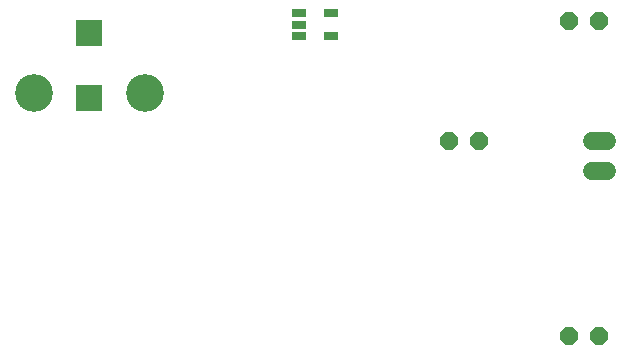
<source format=gts>
G75*
%MOIN*%
%OFA0B0*%
%FSLAX25Y25*%
%IPPOS*%
%LPD*%
%AMOC8*
5,1,8,0,0,1.08239X$1,22.5*
%
%ADD10OC8,0.06000*%
%ADD11C,0.06000*%
%ADD12R,0.05131X0.03162*%
%ADD13R,0.09068X0.09068*%
%ADD14C,0.12611*%
D10*
X0191300Y0151300D03*
X0201300Y0151300D03*
X0231300Y0191300D03*
X0241300Y0191300D03*
X0241300Y0086300D03*
X0231300Y0086300D03*
D11*
X0238700Y0141300D02*
X0243900Y0141300D01*
X0243900Y0151300D02*
X0238700Y0151300D01*
D12*
X0151930Y0186300D03*
X0151930Y0193780D03*
X0141300Y0193780D03*
X0141300Y0190040D03*
X0141300Y0186300D03*
D13*
X0071300Y0187127D03*
X0071300Y0165473D03*
D14*
X0052796Y0167284D03*
X0089804Y0167284D03*
M02*

</source>
